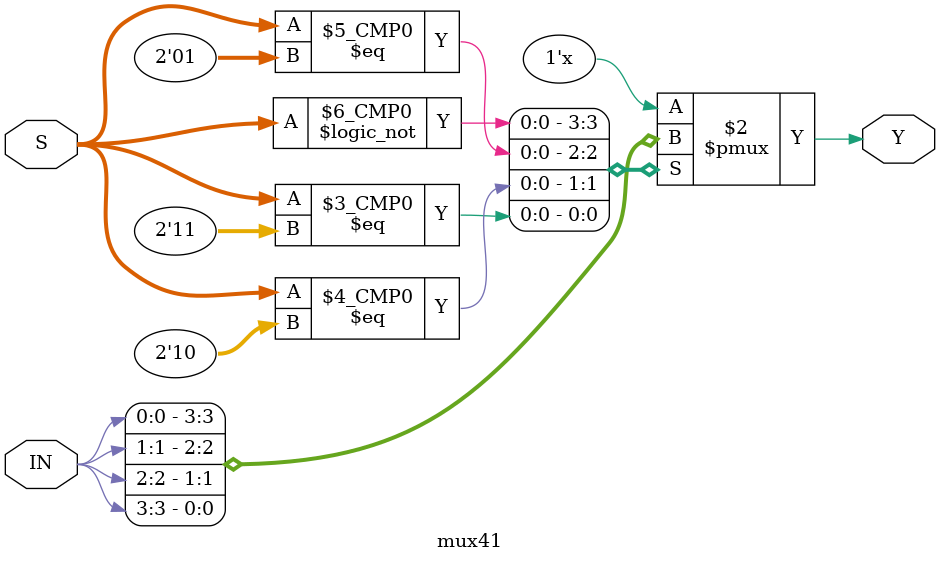
<source format=v>
`timescale 1ns / 1ps


module mux41(IN, S, Y);
input [3:0]IN;
input [1:0]S;
output reg Y;
always @*
begin
   
    case(S)
        2'b00: Y = IN[0];
        2'b01: Y = IN[1];
        2'b10: Y = IN[2];
        2'b11: Y = IN[3];
    endcase
end 
endmodule

</source>
